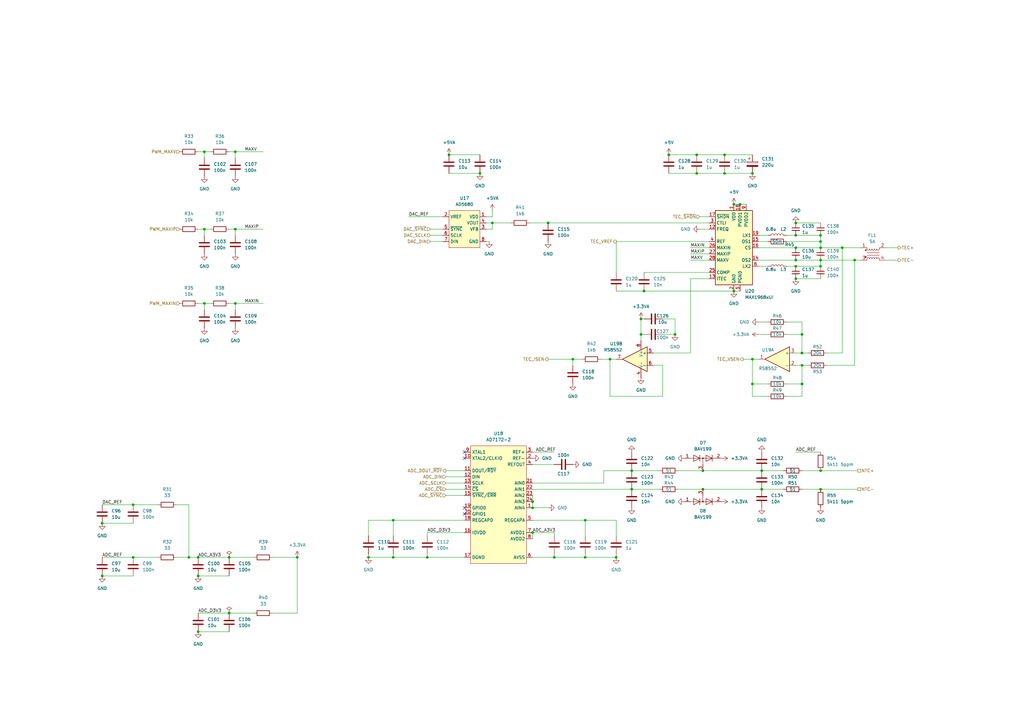
<source format=kicad_sch>
(kicad_sch (version 20211123) (generator eeschema)
  (paper "A3")
  (title_block (title "Kirdy") (date "2022-07-03") (rev "r0.1") (company "M-Labs") (comment 1 "Alex Wong Tat Hang"))
  (junction (at 300.99 119.38))
  (junction (at 350.52 106.68))
  (junction (at 297.18 63.5))
  (junction (at 274.32 63.5))
  (junction (at 326.39 106.68))
  (junction (at 201.93 91.44))
  (junction (at 252.73 228.6))
  (junction (at 96.52 62.23))
  (junction (at 326.39 109.22))
  (junction (at 308.61 147.32))
  (junction (at 161.29 213.36))
  (junction (at 234.95 147.32))
  (junction (at 83.82 62.23))
  (junction (at 336.55 96.52))
  (junction (at 41.91 214.63))
  (junction (at 81.28 259.08))
  (junction (at 121.92 228.6))
  (junction (at 303.53 83.82))
  (junction (at 218.44 218.44))
  (junction (at 328.93 149.86))
  (junction (at 336.55 193.04))
  (junction (at 218.44 208.28))
  (junction (at 161.29 228.6))
  (junction (at 326.39 101.6))
  (junction (at 308.61 71.12))
  (junction (at 93.98 251.46))
  (junction (at 336.55 99.06))
  (junction (at 224.79 91.44))
  (junction (at 326.39 96.52))
  (junction (at 262.89 137.16))
  (junction (at 285.75 71.12))
  (junction (at 300.99 83.82))
  (junction (at 308.61 157.48))
  (junction (at 326.39 114.3))
  (junction (at 250.19 147.32))
  (junction (at 83.82 93.98))
  (junction (at 81.28 228.6))
  (junction (at 83.82 124.46))
  (junction (at 175.26 228.6))
  (junction (at 259.08 193.04))
  (junction (at 81.28 236.22))
  (junction (at 93.98 228.6))
  (junction (at 54.61 228.6))
  (junction (at 336.55 109.22))
  (junction (at 218.44 205.74))
  (junction (at 184.15 63.5))
  (junction (at 240.03 228.6))
  (junction (at 345.44 101.6))
  (junction (at 259.08 200.66))
  (junction (at 336.55 101.6))
  (junction (at 328.93 137.16))
  (junction (at 96.52 93.98))
  (junction (at 227.33 228.6))
  (junction (at 96.52 124.46))
  (junction (at 41.91 236.22))
  (junction (at 312.42 193.04))
  (junction (at 328.93 157.48))
  (junction (at 288.29 193.04))
  (junction (at 196.85 71.12))
  (junction (at 336.55 200.66))
  (junction (at 262.89 130.81))
  (junction (at 240.03 213.36))
  (junction (at 288.29 200.66))
  (junction (at 328.93 144.78))
  (junction (at 151.13 228.6))
  (junction (at 264.16 119.38))
  (junction (at 77.47 228.6))
  (junction (at 276.86 137.16))
  (junction (at 336.55 106.68))
  (junction (at 285.75 63.5))
  (junction (at 297.18 71.12))
  (junction (at 312.42 200.66))
  (junction (at 54.61 207.01))
  (junction (at 326.39 91.44))
  (no_connect (at 190.5 185.42))
  (no_connect (at 190.5 187.96))
  (no_connect (at 190.5 208.28))
  (no_connect (at 190.5 210.82))
  (wire (pts (xy 274.32 63.5) (xy 285.75 63.5)))
  (wire (pts (xy 328.93 144.78) (xy 331.47 144.78)))
  (wire (pts (xy 218.44 205.74) (xy 218.44 208.28)))
  (wire (pts (xy 218.44 218.44) (xy 227.33 218.44)))
  (wire (pts (xy 224.79 147.32) (xy 234.95 147.32)))
  (wire (pts (xy 311.15 99.06) (xy 314.96 99.06)))
  (wire (pts (xy 308.61 147.32) (xy 311.15 147.32)))
  (wire (pts (xy 304.8 147.32) (xy 308.61 147.32)))
  (wire (pts (xy 41.91 236.22) (xy 54.61 236.22)))
  (wire (pts (xy 252.73 111.76) (xy 252.73 99.06)))
  (wire (pts (xy 182.88 203.2) (xy 190.5 203.2)))
  (wire (pts (xy 41.91 207.01) (xy 54.61 207.01)))
  (wire (pts (xy 311.15 101.6) (xy 326.39 101.6)))
  (wire (pts (xy 328.93 149.86) (xy 331.47 149.86)))
  (wire (pts (xy 182.88 195.58) (xy 190.5 195.58)))
  (wire (pts (xy 175.26 218.44) (xy 190.5 218.44)))
  (wire (pts (xy 252.73 119.38) (xy 264.16 119.38)))
  (wire (pts (xy 252.73 213.36) (xy 252.73 219.71)))
  (wire (pts (xy 259.08 200.66) (xy 270.51 200.66)))
  (wire (pts (xy 151.13 219.71) (xy 151.13 213.36)))
  (wire (pts (xy 336.55 109.22) (xy 326.39 109.22)))
  (wire (pts (xy 111.76 228.6) (xy 121.92 228.6)))
  (wire (pts (xy 93.98 251.46) (xy 104.14 251.46)))
  (wire (pts (xy 311.15 132.08) (xy 314.96 132.08)))
  (wire (pts (xy 326.39 96.52) (xy 322.58 96.52)))
  (wire (pts (xy 259.08 193.04) (xy 270.51 193.04)))
  (wire (pts (xy 199.39 93.98) (xy 201.93 93.98)))
  (wire (pts (xy 326.39 106.68) (xy 336.55 106.68)))
  (wire (pts (xy 297.18 63.5) (xy 308.61 63.5)))
  (wire (pts (xy 250.19 147.32) (xy 252.73 147.32)))
  (wire (pts (xy 285.75 71.12) (xy 297.18 71.12)))
  (wire (pts (xy 312.42 193.04) (xy 321.31 193.04)))
  (wire (pts (xy 264.16 119.38) (xy 300.99 119.38)))
  (wire (pts (xy 176.53 99.06) (xy 181.61 99.06)))
  (wire (pts (xy 322.58 157.48) (xy 328.93 157.48)))
  (wire (pts (xy 336.55 101.6) (xy 336.55 99.06)))
  (wire (pts (xy 300.99 83.82) (xy 303.53 83.82)))
  (wire (pts (xy 227.33 218.44) (xy 227.33 219.71)))
  (wire (pts (xy 83.82 93.98) (xy 86.36 93.98)))
  (wire (pts (xy 339.09 144.78) (xy 345.44 144.78)))
  (wire (pts (xy 271.78 162.56) (xy 271.78 149.86)))
  (wire (pts (xy 184.15 63.5) (xy 196.85 63.5)))
  (wire (pts (xy 218.44 213.36) (xy 240.03 213.36)))
  (wire (pts (xy 218.44 218.44) (xy 218.44 220.98)))
  (wire (pts (xy 151.13 213.36) (xy 161.29 213.36)))
  (wire (pts (xy 151.13 228.6) (xy 161.29 228.6)))
  (wire (pts (xy 350.52 106.68) (xy 350.52 149.86)))
  (wire (pts (xy 199.39 99.06) (xy 200.66 99.06)))
  (wire (pts (xy 96.52 124.46) (xy 96.52 127)))
  (wire (pts (xy 322.58 99.06) (xy 336.55 99.06)))
  (wire (pts (xy 287.02 88.9) (xy 290.83 88.9)))
  (wire (pts (xy 283.21 101.6) (xy 290.83 101.6)))
  (wire (pts (xy 363.22 101.6) (xy 368.3 101.6)))
  (wire (pts (xy 336.55 101.6) (xy 326.39 101.6)))
  (wire (pts (xy 176.53 96.52) (xy 181.61 96.52)))
  (wire (pts (xy 271.78 149.86) (xy 267.97 149.86)))
  (wire (pts (xy 182.88 193.04) (xy 190.5 193.04)))
  (wire (pts (xy 262.89 137.16) (xy 262.89 139.7)))
  (wire (pts (xy 336.55 99.06) (xy 336.55 96.52)))
  (wire (pts (xy 345.44 101.6) (xy 345.44 144.78)))
  (wire (pts (xy 326.39 144.78) (xy 328.93 144.78)))
  (wire (pts (xy 283.21 144.78) (xy 267.97 144.78)))
  (wire (pts (xy 247.65 198.12) (xy 247.65 193.04)))
  (wire (pts (xy 184.15 71.12) (xy 196.85 71.12)))
  (wire (pts (xy 234.95 149.86) (xy 234.95 147.32)))
  (wire (pts (xy 96.52 124.46) (xy 107.95 124.46)))
  (wire (pts (xy 240.03 213.36) (xy 252.73 213.36)))
  (wire (pts (xy 328.93 193.04) (xy 336.55 193.04)))
  (wire (pts (xy 182.88 198.12) (xy 190.5 198.12)))
  (wire (pts (xy 328.93 200.66) (xy 336.55 200.66)))
  (wire (pts (xy 199.39 88.9) (xy 201.93 88.9)))
  (wire (pts (xy 93.98 93.98) (xy 96.52 93.98)))
  (wire (pts (xy 264.16 130.81) (xy 262.89 130.81)))
  (wire (pts (xy 250.19 162.56) (xy 271.78 162.56)))
  (wire (pts (xy 322.58 132.08) (xy 328.93 132.08)))
  (wire (pts (xy 83.82 62.23) (xy 83.82 64.77)))
  (wire (pts (xy 161.29 227.33) (xy 161.29 228.6)))
  (wire (pts (xy 81.28 259.08) (xy 93.98 259.08)))
  (wire (pts (xy 288.29 200.66) (xy 312.42 200.66)))
  (wire (pts (xy 264.16 111.76) (xy 290.83 111.76)))
  (wire (pts (xy 167.64 88.9) (xy 181.61 88.9)))
  (wire (pts (xy 246.38 147.32) (xy 250.19 147.32)))
  (wire (pts (xy 54.61 228.6) (xy 64.77 228.6)))
  (wire (pts (xy 240.03 227.33) (xy 240.03 228.6)))
  (wire (pts (xy 201.93 88.9) (xy 201.93 86.36)))
  (wire (pts (xy 311.15 106.68) (xy 326.39 106.68)))
  (wire (pts (xy 234.95 147.32) (xy 238.76 147.32)))
  (wire (pts (xy 41.91 228.6) (xy 54.61 228.6)))
  (wire (pts (xy 83.82 124.46) (xy 83.82 127)))
  (wire (pts (xy 328.93 137.16) (xy 328.93 144.78)))
  (wire (pts (xy 175.26 228.6) (xy 190.5 228.6)))
  (wire (pts (xy 93.98 228.6) (xy 104.14 228.6)))
  (wire (pts (xy 218.44 190.5) (xy 227.33 190.5)))
  (wire (pts (xy 218.44 200.66) (xy 259.08 200.66)))
  (wire (pts (xy 278.13 200.66) (xy 288.29 200.66)))
  (wire (pts (xy 96.52 93.98) (xy 96.52 96.52)))
  (wire (pts (xy 311.15 137.16) (xy 314.96 137.16)))
  (wire (pts (xy 326.39 149.86) (xy 328.93 149.86)))
  (wire (pts (xy 308.61 157.48) (xy 308.61 162.56)))
  (wire (pts (xy 54.61 207.01) (xy 64.77 207.01)))
  (wire (pts (xy 72.39 207.01) (xy 77.47 207.01)))
  (wire (pts (xy 336.55 101.6) (xy 345.44 101.6)))
  (wire (pts (xy 326.39 114.3) (xy 336.55 114.3)))
  (wire (pts (xy 77.47 207.01) (xy 77.47 228.6)))
  (wire (pts (xy 218.44 208.28) (xy 224.79 208.28)))
  (wire (pts (xy 247.65 198.12) (xy 218.44 198.12)))
  (wire (pts (xy 252.73 227.33) (xy 252.73 228.6)))
  (wire (pts (xy 199.39 91.44) (xy 201.93 91.44)))
  (wire (pts (xy 328.93 162.56) (xy 328.93 157.48)))
  (wire (pts (xy 111.76 251.46) (xy 121.92 251.46)))
  (wire (pts (xy 83.82 93.98) (xy 83.82 96.52)))
  (wire (pts (xy 93.98 62.23) (xy 96.52 62.23)))
  (wire (pts (xy 224.79 91.44) (xy 290.83 91.44)))
  (wire (pts (xy 287.02 93.98) (xy 290.83 93.98)))
  (wire (pts (xy 322.58 137.16) (xy 328.93 137.16)))
  (wire (pts (xy 81.28 236.22) (xy 93.98 236.22)))
  (wire (pts (xy 276.86 130.81) (xy 276.86 137.16)))
  (wire (pts (xy 201.93 93.98) (xy 201.93 91.44)))
  (wire (pts (xy 218.44 185.42) (xy 227.33 185.42)))
  (wire (pts (xy 322.58 162.56) (xy 328.93 162.56)))
  (wire (pts (xy 328.93 132.08) (xy 328.93 137.16)))
  (wire (pts (xy 41.91 214.63) (xy 54.61 214.63)))
  (wire (pts (xy 176.53 93.98) (xy 181.61 93.98)))
  (wire (pts (xy 81.28 93.98) (xy 83.82 93.98)))
  (wire (pts (xy 81.28 228.6) (xy 93.98 228.6)))
  (wire (pts (xy 96.52 62.23) (xy 107.95 62.23)))
  (wire (pts (xy 175.26 227.33) (xy 175.26 228.6)))
  (wire (pts (xy 218.44 203.2) (xy 218.44 205.74)))
  (wire (pts (xy 77.47 228.6) (xy 81.28 228.6)))
  (wire (pts (xy 326.39 185.42) (xy 336.55 185.42)))
  (wire (pts (xy 121.92 251.46) (xy 121.92 228.6)))
  (wire (pts (xy 271.78 137.16) (xy 276.86 137.16)))
  (wire (pts (xy 311.15 96.52) (xy 314.96 96.52)))
  (wire (pts (xy 283.21 114.3) (xy 290.83 114.3)))
  (wire (pts (xy 96.52 93.98) (xy 107.95 93.98)))
  (wire (pts (xy 336.55 106.68) (xy 350.52 106.68)))
  (wire (pts (xy 81.28 62.23) (xy 83.82 62.23)))
  (wire (pts (xy 240.03 213.36) (xy 240.03 219.71)))
  (wire (pts (xy 264.16 137.16) (xy 262.89 137.16)))
  (wire (pts (xy 336.55 106.68) (xy 336.55 109.22)))
  (wire (pts (xy 217.17 91.44) (xy 224.79 91.44)))
  (wire (pts (xy 312.42 200.66) (xy 321.31 200.66)))
  (wire (pts (xy 274.32 71.12) (xy 285.75 71.12)))
  (wire (pts (xy 262.89 130.81) (xy 262.89 137.16)))
  (wire (pts (xy 250.19 147.32) (xy 250.19 162.56)))
  (wire (pts (xy 336.55 200.66) (xy 351.79 200.66)))
  (wire (pts (xy 285.75 63.5) (xy 297.18 63.5)))
  (wire (pts (xy 182.88 200.66) (xy 190.5 200.66)))
  (wire (pts (xy 288.29 193.04) (xy 312.42 193.04)))
  (wire (pts (xy 81.28 124.46) (xy 83.82 124.46)))
  (wire (pts (xy 303.53 83.82) (xy 306.07 83.82)))
  (wire (pts (xy 83.82 124.46) (xy 86.36 124.46)))
  (wire (pts (xy 350.52 106.68) (xy 353.06 106.68)))
  (wire (pts (xy 278.13 193.04) (xy 288.29 193.04)))
  (wire (pts (xy 283.21 114.3) (xy 283.21 144.78)))
  (wire (pts (xy 81.28 251.46) (xy 93.98 251.46)))
  (wire (pts (xy 326.39 96.52) (xy 336.55 96.52)))
  (wire (pts (xy 96.52 62.23) (xy 96.52 64.77)))
  (wire (pts (xy 345.44 101.6) (xy 353.06 101.6)))
  (wire (pts (xy 252.73 99.06) (xy 290.83 99.06)))
  (wire (pts (xy 363.22 106.68) (xy 368.3 106.68)))
  (wire (pts (xy 328.93 157.48) (xy 328.93 149.86)))
  (wire (pts (xy 314.96 157.48) (xy 308.61 157.48)))
  (wire (pts (xy 93.98 124.46) (xy 96.52 124.46)))
  (wire (pts (xy 227.33 227.33) (xy 227.33 228.6)))
  (wire (pts (xy 218.44 228.6) (xy 227.33 228.6)))
  (wire (pts (xy 300.99 119.38) (xy 303.53 119.38)))
  (wire (pts (xy 72.39 228.6) (xy 77.47 228.6)))
  (wire (pts (xy 161.29 228.6) (xy 175.26 228.6)))
  (wire (pts (xy 308.61 157.48) (xy 308.61 147.32)))
  (wire (pts (xy 271.78 130.81) (xy 276.86 130.81)))
  (wire (pts (xy 201.93 91.44) (xy 209.55 91.44)))
  (wire (pts (xy 308.61 162.56) (xy 314.96 162.56)))
  (wire (pts (xy 247.65 193.04) (xy 259.08 193.04)))
  (wire (pts (xy 83.82 62.23) (xy 86.36 62.23)))
  (wire (pts (xy 336.55 193.04) (xy 351.79 193.04)))
  (wire (pts (xy 161.29 213.36) (xy 161.29 219.71)))
  (wire (pts (xy 326.39 91.44) (xy 336.55 91.44)))
  (wire (pts (xy 311.15 109.22) (xy 314.96 109.22)))
  (wire (pts (xy 227.33 228.6) (xy 240.03 228.6)))
  (wire (pts (xy 322.58 109.22) (xy 326.39 109.22)))
  (wire (pts (xy 339.09 149.86) (xy 350.52 149.86)))
  (wire (pts (xy 297.18 71.12) (xy 308.61 71.12)))
  (wire (pts (xy 161.29 213.36) (xy 190.5 213.36)))
  (wire (pts (xy 283.21 104.14) (xy 290.83 104.14)))
  (wire (pts (xy 283.21 106.68) (xy 290.83 106.68)))
  (wire (pts (xy 240.03 228.6) (xy 252.73 228.6)))
  (wire (pts (xy 151.13 227.33) (xy 151.13 228.6)))
  (wire (pts (xy 175.26 218.44) (xy 175.26 219.71)))
  (label "DAC_REF" (at 167.64 88.9 0))
  (label "ADC_D3V3" (at 175.26 218.44 0))
  (label "MAXV" (at 100.33 62.23 0))
  (label "MAXIN" (at 100.33 124.46 0))
  (label "ADC_REF" (at 41.91 228.6 0))
  (label "MAXIN" (at 283.21 101.6 0))
  (label "ADC_A3V3" (at 81.28 228.6 0))
  (label "MAXV" (at 283.21 106.68 0))
  (label "DAC_REF" (at 41.91 207.01 0))
  (label "MAXIP" (at 100.33 93.98 0))
  (label "ADC_REF" (at 326.39 185.42 0))
  (label "ADC_D3V3" (at 81.28 251.46 0))
  (label "ADC_REF" (at 219.71 185.42 0))
  (label "ADC_A3V3" (at 218.44 218.44 0))
  (label "MAXIP" (at 283.21 104.14 0))
  (hierarchical_label "ADC_DOUT_~{RDY}" (shape output) (at 182.88 193.04 180))
  (hierarchical_label "TEC+" (shape output) (at 368.3 101.6 0))
  (hierarchical_label "PWM_MAXIP" (shape input) (at 73.66 93.98 180))
  (hierarchical_label "DAC_DIN" (shape input) (at 176.53 99.06 180))
  (hierarchical_label "PWM_MAXIN" (shape input) (at 73.66 124.46 180))
  (hierarchical_label "TEC_VREF" (shape output) (at 252.73 99.06 180))
  (hierarchical_label "TEC_~{SHDN}" (shape input) (at 287.02 88.9 180))
  (hierarchical_label "DAC_SCLK" (shape input) (at 176.53 96.52 180))
  (hierarchical_label "TEC_ISEN" (shape output) (at 224.79 147.32 180))
  (hierarchical_label "ADC_~{CS}" (shape input) (at 182.88 200.66 180))
  (hierarchical_label "NTC-" (shape passive) (at 351.79 200.66 0))
  (hierarchical_label "ADC_DIN" (shape input) (at 182.88 195.58 180))
  (hierarchical_label "NTC+" (shape passive) (at 351.79 193.04 0))
  (hierarchical_label "TEC-" (shape output) (at 368.3 106.68 0))
  (hierarchical_label "PWM_MAXV" (shape input) (at 73.66 62.23 180))
  (hierarchical_label "ADC_SCLK" (shape input) (at 182.88 198.12 180))
  (hierarchical_label "TEC_VSEN" (shape output) (at 304.8 147.32 180))
  (hierarchical_label "ADC_~{SYNC}" (shape input) (at 182.88 203.2 180))
  (hierarchical_label "DAC_~{SYNC}" (shape input) (at 176.53 93.98 180))
  (symbol (lib_id "power:GND") (at 81.28 236.22 0) (unit 1)
    (property "Reference" "#PWR084" (effects hide))
    (property "Value" "GND" (at 81.28 241.3 0))
  )
  (symbol (lib_id "Device:C") (at 240.03 223.52 0) (unit 1)
    (property "Reference" "C119" (at 243.84 222.2499 0) (effects (justify left)))
    (property "Value" "100n" (at 243.84 224.7899 0) (effects (justify left)))
    (property "Footprint" "Capacitor_SMD:C_0603_1608Metric" (effects hide))
    (property "MFR_PN" "CL10B104KB8NNWC" (effects hide))
    (property "MFR_PN_ALT" "CL10B104KB8NNNL" (effects hide))
  )
  (symbol (lib_id "Device:C") (at 175.26 223.52 0) (unit 1)
    (property "Reference" "C112" (at 179.07 222.2499 0) (effects (justify left)))
    (property "Value" "100n" (at 179.07 224.7899 0) (effects (justify left)))
    (property "Footprint" "Capacitor_SMD:C_0603_1608Metric" (effects hide))
    (property "MFR_PN" "CL10B104KB8NNWC" (effects hide))
    (property "MFR_PN_ALT" "CL10B104KB8NNNL" (effects hide))
  )
  (symbol (lib_id "kirdy:AD5680") (at 190.5 101.6 0) (unit 1)
    (property "Reference" "U17" (at 190.5 81.28 0))
    (property "Value" "AD5680" (at 190.5 83.82 0))
    (property "Footprint" "Package_TO_SOT_SMD:SOT-23-8" (effects hide))
    (property "Datasheet" "https://www.analog.com/media/en/technical-documentation/data-sheets/ad5680.pdf" (effects hide))
    (property "MFR_PN" "AD5680BRJZ" (effects hide))
  )
  (symbol (lib_id "power:GND") (at 41.91 236.22 0) (unit 1)
    (property "Reference" "#PWR083" (effects hide))
    (property "Value" "GND" (at 41.91 241.3 0))
  )
  (symbol (lib_id "power:GND") (at 200.66 99.06 0) (unit 1)
    (property "Reference" "#PWR096" (effects hide))
    (property "Value" "GND" (at 200.66 104.14 0))
  )
  (symbol (lib_id "Device:C") (at 81.28 255.27 0) (unit 1)
    (property "Reference" "C101" (at 85.09 253.9999 0) (effects (justify left)))
    (property "Value" "10u" (at 85.09 256.5399 0) (effects (justify left)))
    (property "Footprint" "Capacitor_SMD:C_0805_2012Metric" (effects hide))
    (property "MFR_PN" "CL21B106KOQNNNG" (effects hide))
    (property "MFR_PN_ALT" "CL21B106KOQNNNE" (effects hide))
  )
  (symbol (lib_id "Device:R") (at 318.77 99.06 90) (unit 1)
    (property "Reference" "R45" (at 323.85 100.33 90))
    (property "Value" "50m" (at 318.77 99.06 90))
    (property "Footprint" "Resistor_SMD:R_2010_5025Metric" (effects hide))
    (property "MFR_PN" "WSL2010R5000FEA18" (effects hide))
    (property "MFR_PN_ALT" "WSLT2010R5000FEA18" (effects hide))
  )
  (symbol (lib_id "Device:C") (at 252.73 223.52 0) (unit 1)
    (property "Reference" "C121" (at 256.54 222.2499 0) (effects (justify left)))
    (property "Value" "1u" (at 256.54 224.7899 0) (effects (justify left)))
    (property "Footprint" "Capacitor_SMD:C_0603_1608Metric" (effects hide))
    (property "MFR_PN" "CL10B105KA8NNNC" (effects hide))
    (property "MFR_PN_ALT" "CGA3E1X7R1E105K080AC" (effects hide))
  )
  (symbol (lib_id "power:+3.3VA") (at 121.92 228.6 0) (unit 1)
    (property "Reference" "#PWR092" (effects hide))
    (property "Value" "+3.3VA" (at 121.92 223.52 0))
  )
  (symbol (lib_id "power:+5V") (at 274.32 63.5 0) (unit 1)
    (property "Reference" "#PWR0108" (effects hide))
    (property "Value" "+5V" (at 274.32 58.42 0))
  )
  (symbol (lib_id "Device:R") (at 107.95 251.46 90) (unit 1)
    (property "Reference" "R40" (at 107.95 245.11 90))
    (property "Value" "33" (at 107.95 247.65 90))
    (property "Footprint" "Resistor_SMD:R_0603_1608Metric" (effects hide))
    (property "MFR_PN" "RC0603FR-0733RL" (effects hide))
    (property "MFR_PN_ALT" "CRGCQ0603F33R" (effects hide))
  )
  (symbol (lib_id "Device:R") (at 318.77 132.08 90) (unit 1)
    (property "Reference" "R46" (at 318.77 129.54 90))
    (property "Value" "10k" (at 318.77 132.08 90))
    (property "Footprint" "Resistor_SMD:R_0603_1608Metric" (effects hide))
    (property "MFR_PN" "RNCP0603FTD10K0" (effects hide))
    (property "MFR_PN_ALT" "RMCF0603FT10K0" (effects hide))
  )
  (symbol (lib_id "power:GND") (at 83.82 104.14 0) (unit 1)
    (property "Reference" "#PWR087" (effects hide))
    (property "Value" "GND" (at 83.82 109.22 0))
  )
  (symbol (lib_id "Device:R") (at 90.17 62.23 90) (unit 1)
    (property "Reference" "R36" (at 90.17 55.88 90))
    (property "Value" "10k" (at 90.17 58.42 90))
    (property "Footprint" "Resistor_SMD:R_0603_1608Metric" (effects hide))
    (property "MFR_PN" "RNCP0603FTD10K0" (effects hide))
    (property "MFR_PN_ALT" "RMCF0603FT10K0" (effects hide))
  )
  (symbol (lib_id "Device:R") (at 274.32 193.04 90) (unit 1)
    (property "Reference" "R43" (at 274.32 195.58 90))
    (property "Value" "51" (at 274.32 193.04 90))
    (property "Footprint" "Resistor_SMD:R_0603_1608Metric" (effects hide))
    (property "MFR_PN" "ESR03EZPF51R0" (effects hide))
    (property "MFR_PN_ALT" "RMCF0603FT51R0" (effects hide))
  )
  (symbol (lib_id "kirdy:RS8552") (at 260.35 147.32 0) (mirror y) (unit 3)
    (property "Reference" "U19" (effects hide))
    (property "Value" "RS8552" (effects hide))
    (property "Footprint" "Package_SO:SOIC-8_3.9x4.9mm_P1.27mm" (effects hide))
    (property "Datasheet" "https://datasheet.lcsc.com/lcsc/2010160333_Jiangsu-RUNIC-Tech-RS8554XP_C236997.pdf" (effects hide))
    (property "MFR_PN" "RS8552XK" (effects hide))
  )
  (symbol (lib_id "power:GND") (at 308.61 71.12 0) (unit 1)
    (property "Reference" "#PWR0117" (effects hide))
    (property "Value" "GND" (at 308.61 76.2 0))
  )
  (symbol (lib_id "Device:R") (at 325.12 193.04 90) (unit 1)
    (property "Reference" "R50" (at 325.12 195.58 90))
    (property "Value" "51" (at 325.12 193.04 90))
    (property "Footprint" "Resistor_SMD:R_0603_1608Metric" (effects hide))
    (property "MFR_PN" "ESR03EZPF51R0" (effects hide))
    (property "MFR_PN_ALT" "RMCF0603FT51R0" (effects hide))
  )
  (symbol (lib_id "power:GND") (at 311.15 132.08 270) (unit 1)
    (property "Reference" "#PWR0118" (effects hide))
    (property "Value" "GND" (at 307.34 132.0799 90) (effects (justify right)))
  )
  (symbol (lib_id "Device:R") (at 274.32 200.66 90) (unit 1)
    (property "Reference" "R44" (at 274.32 198.12 90))
    (property "Value" "51" (at 274.32 200.66 90))
    (property "Footprint" "Resistor_SMD:R_0603_1608Metric" (effects hide))
    (property "MFR_PN" "ESR03EZPF51R0" (effects hide))
    (property "MFR_PN_ALT" "RMCF0603FT51R0" (effects hide))
  )
  (symbol (lib_id "kirdy:AD7172-2") (at 204.47 209.55 0) (mirror y) (unit 1)
    (property "Reference" "U18" (at 204.47 177.8 0))
    (property "Value" "AD7172-2" (at 204.47 180.34 0))
    (property "Footprint" "Package_SO:TSSOP-24_4.4x7.8mm_P0.65mm" (effects hide))
    (property "Datasheet" "https://www.analog.com/media/en/technical-documentation/data-sheets/ad7172-2.pdf" (effects hide))
    (property "MFR_PN" "AD7172-2BRUZ" (effects hide))
  )
  (symbol (lib_id "Device:C") (at 93.98 232.41 0) (unit 1)
    (property "Reference" "C105" (at 97.79 231.1399 0) (effects (justify left)))
    (property "Value" "100n" (at 97.79 233.6799 0) (effects (justify left)))
    (property "Footprint" "Capacitor_SMD:C_0603_1608Metric" (effects hide))
    (property "MFR_PN" "CL10B104KB8NNWC" (effects hide))
    (property "MFR_PN_ALT" "CL10B104KB8NNNL" (effects hide))
  )
  (symbol (lib_id "power:GND") (at 83.82 134.62 0) (unit 1)
    (property "Reference" "#PWR088" (effects hide))
    (property "Value" "GND" (at 83.82 139.7 0))
  )
  (symbol (lib_id "Device:L") (at 318.77 109.22 90) (unit 1)
    (property "Reference" "L3" (at 321.31 110.49 90))
    (property "Value" "6.8u" (at 316.23 110.49 90))
    (property "Footprint" "Inductor_SMD:L_Wuerth_MAPI-4030" (effects hide))
    (property "MFR_PN" "74438357068" (effects hide))
  )
  (symbol (lib_id "power:GND") (at 234.95 190.5 90) (unit 1)
    (property "Reference" "#PWR0102" (effects hide))
    (property "Value" "GND" (at 238.76 190.4999 90) (effects (justify right)))
  )
  (symbol (lib_id "Device:R") (at 77.47 93.98 90) (unit 1)
    (property "Reference" "R34" (at 77.47 87.63 90))
    (property "Value" "10k" (at 77.47 90.17 90))
    (property "Footprint" "Resistor_SMD:R_0603_1608Metric" (effects hide))
    (property "MFR_PN" "RNCP0603FTD10K0" (effects hide))
    (property "MFR_PN_ALT" "RMCF0603FT10K0" (effects hide))
  )
  (symbol (lib_id "Device:R") (at 325.12 200.66 90) (unit 1)
    (property "Reference" "R51" (at 325.12 198.12 90))
    (property "Value" "51" (at 325.12 200.66 90))
    (property "Footprint" "Resistor_SMD:R_0603_1608Metric" (effects hide))
    (property "MFR_PN" "ESR03EZPF51R0" (effects hide))
    (property "MFR_PN_ALT" "RMCF0603FT51R0" (effects hide))
  )
  (symbol (lib_id "Device:C") (at 41.91 232.41 0) (unit 1)
    (property "Reference" "C97" (at 45.72 231.1399 0) (effects (justify left)))
    (property "Value" "10u" (at 45.72 233.6799 0) (effects (justify left)))
    (property "Footprint" "Capacitor_SMD:C_0805_2012Metric" (effects hide))
    (property "MFR_PN" "CL21B106KOQNNNG" (effects hide))
    (property "MFR_PN_ALT" "CL21B106KOQNNNE" (effects hide))
  )
  (symbol (lib_id "Device:C") (at 259.08 196.85 0) (unit 1)
    (property "Reference" "C123" (at 262.89 195.5799 0) (effects (justify left)))
    (property "Value" "100n" (at 262.89 198.1199 0) (effects (justify left)))
    (property "Footprint" "Capacitor_SMD:C_0603_1608Metric" (effects hide))
    (property "MFR_PN" "CL10B104KB8NNWC" (effects hide))
    (property "MFR_PN_ALT" "CL10B104KB8NNNL" (effects hide))
  )
  (symbol (lib_id "power:GND") (at 96.52 72.39 0) (unit 1)
    (property "Reference" "#PWR089" (effects hide))
    (property "Value" "GND" (at 96.52 77.47 0))
  )
  (symbol (lib_id "Device:C") (at 297.18 67.31 0) (unit 1)
    (property "Reference" "C130" (at 300.99 66.0399 0) (effects (justify left)))
    (property "Value" "1u" (at 300.99 68.5799 0) (effects (justify left)))
    (property "Footprint" "Capacitor_SMD:C_0603_1608Metric" (effects hide))
    (property "MFR_PN" "CL10B105KA8NNNC" (effects hide))
    (property "MFR_PN_ALT" "CGA3E1X7R1E105K080AC" (effects hide))
  )
  (symbol (lib_id "Device:C") (at 285.75 67.31 0) (unit 1)
    (property "Reference" "C129" (at 289.56 66.0399 0) (effects (justify left)))
    (property "Value" "1u" (at 289.56 68.5799 0) (effects (justify left)))
    (property "Footprint" "Capacitor_SMD:C_0603_1608Metric" (effects hide))
    (property "MFR_PN" "CL10B105KA8NNNC" (effects hide))
    (property "MFR_PN_ALT" "CGA3E1X7R1E105K080AC" (effects hide))
  )
  (symbol (lib_id "Device:C") (at 41.91 210.82 0) (unit 1)
    (property "Reference" "C96" (at 45.72 209.5499 0) (effects (justify left)))
    (property "Value" "10u" (at 45.72 212.0899 0) (effects (justify left)))
    (property "Footprint" "Capacitor_SMD:C_0805_2012Metric" (effects hide))
    (property "MFR_PN" "CL21B106KOQNNNG" (effects hide))
    (property "MFR_PN_ALT" "CL21B106KOQNNNE" (effects hide))
  )
  (symbol (lib_id "Device:C") (at 267.97 137.16 90) (unit 1)
    (property "Reference" "C127" (at 271.78 135.89 90))
    (property "Value" "100n" (at 271.78 138.43 90))
    (property "Footprint" "Capacitor_SMD:C_0603_1608Metric" (effects hide))
    (property "MFR_PN" "CL10B104KB8NNWC" (effects hide))
    (property "MFR_PN_ALT" "CL10B104KB8NNNL" (effects hide))
  )
  (symbol (lib_id "Device:C_Small") (at 326.39 104.14 0) (unit 1)
    (property "Reference" "C136" (at 328.93 102.8762 0) (effects (justify left)))
    (property "Value" "10u" (at 328.93 105.4162 0) (effects (justify left)))
    (property "Footprint" "Capacitor_SMD:C_0805_2012Metric" (effects hide))
    (property "MFR_PN" "CL21B106KOQNNNG" (effects hide))
    (property "MFR_PN_ALT" "CL21B106KOQNNNE" (effects hide))
  )
  (symbol (lib_id "power:GND") (at 224.79 208.28 90) (unit 1)
    (property "Reference" "#PWR0100" (effects hide))
    (property "Value" "GND" (at 228.6 208.2799 90) (effects (justify right)))
  )
  (symbol (lib_id "Device:C") (at 96.52 130.81 0) (unit 1)
    (property "Reference" "C109" (at 100.33 129.5399 0) (effects (justify left)))
    (property "Value" "100n" (at 100.33 132.0799 0) (effects (justify left)))
    (property "Footprint" "Capacitor_SMD:C_0603_1608Metric" (effects hide))
    (property "MFR_PN" "CL10B104KB8NNWC" (effects hide))
    (property "MFR_PN_ALT" "CL10B104KB8NNNL" (effects hide))
  )
  (symbol (lib_id "Device:R") (at 242.57 147.32 90) (unit 1)
    (property "Reference" "R42" (at 242.57 140.97 90))
    (property "Value" "1k6" (at 242.57 143.51 90))
    (property "Footprint" "Resistor_SMD:R_0603_1608Metric" (effects hide))
    (property "MFR_PN" "RT0603FRE071K6L" (effects hide))
    (property "MFR_PN_ALT" "RMCF0603FT1K60" (effects hide))
  )
  (symbol (lib_id "Device:R") (at 90.17 93.98 90) (unit 1)
    (property "Reference" "R37" (at 90.17 87.63 90))
    (property "Value" "10k" (at 90.17 90.17 90))
    (property "Footprint" "Resistor_SMD:R_0603_1608Metric" (effects hide))
    (property "MFR_PN" "RNCP0603FTD10K0" (effects hide))
    (property "MFR_PN_ALT" "RMCF0603FT10K0" (effects hide))
  )
  (symbol (lib_id "Device:R") (at 336.55 189.23 0) (unit 1)
    (property "Reference" "R54" (at 339.09 187.9599 0) (effects (justify left)))
    (property "Value" "5k11 5ppm" (at 339.09 190.4999 0) (effects (justify left)))
    (property "Footprint" "Resistor_SMD:R_0603_1608Metric" (effects hide))
    (property "MFR_PN" "RN73H1JTTD5111A05" (effects hide))
    (property "MFR_PN_ALT" "TNPU06035K11BZEN00" (effects hide))
  )
  (symbol (lib_id "power:GND") (at 224.79 99.06 0) (unit 1)
    (property "Reference" "#PWR099" (effects hide))
    (property "Value" "GND" (at 224.79 104.14 0))
  )
  (symbol (lib_id "Device:C") (at 312.42 204.47 0) (unit 1)
    (property "Reference" "C134" (at 316.23 203.1999 0) (effects (justify left)))
    (property "Value" "10n" (at 316.23 205.7399 0) (effects (justify left)))
    (property "Footprint" "Capacitor_SMD:C_0603_1608Metric" (effects hide))
    (property "MFR_PN" "0603B103K500CT" (effects hide))
    (property "MFR_PN_ALT" "CL10B103KB8NNNC" (effects hide))
  )
  (symbol (lib_id "Device:C") (at 252.73 115.57 0) (unit 1)
    (property "Reference" "C120" (at 256.54 114.2999 0) (effects (justify left)))
    (property "Value" "1u" (at 256.54 116.8399 0) (effects (justify left)))
    (property "Footprint" "Capacitor_SMD:C_0603_1608Metric" (effects hide))
    (property "MFR_PN" "CL10B105KA8NNNC" (effects hide))
    (property "MFR_PN_ALT" "CGA3E1X7R1E105K080AC" (effects hide))
  )
  (symbol (lib_id "Device:C") (at 274.32 67.31 0) (unit 1)
    (property "Reference" "C128" (at 278.13 66.0399 0) (effects (justify left)))
    (property "Value" "1u" (at 278.13 68.5799 0) (effects (justify left)))
    (property "Footprint" "Capacitor_SMD:C_0603_1608Metric" (effects hide))
    (property "MFR_PN" "CL10B105KA8NNNC" (effects hide))
    (property "MFR_PN_ALT" "CGA3E1X7R1E105K080AC" (effects hide))
  )
  (symbol (lib_id "Device:C_Small") (at 326.39 111.76 0) (unit 1)
    (property "Reference" "C137" (at 328.93 110.4962 0) (effects (justify left)))
    (property "Value" "1u" (at 328.93 113.0362 0) (effects (justify left)))
    (property "Footprint" "Capacitor_SMD:C_0603_1608Metric" (effects hide))
    (property "MFR_PN" "CL10B105KA8NNNC" (effects hide))
    (property "MFR_PN_ALT" "CGA3E1X7R1E105K080AC" (effects hide))
  )
  (symbol (lib_id "Device:C") (at 184.15 67.31 0) (unit 1)
    (property "Reference" "C113" (at 187.96 66.0399 0) (effects (justify left)))
    (property "Value" "10u" (at 187.96 68.5799 0) (effects (justify left)))
    (property "Footprint" "Capacitor_SMD:C_0805_2012Metric" (effects hide))
    (property "MFR_PN" "CL21B106KOQNNNG" (effects hide))
    (property "MFR_PN_ALT" "CL21B106KOQNNNE" (effects hide))
  )
  (symbol (lib_id "power:GND") (at 252.73 228.6 0) (unit 1)
    (property "Reference" "#PWR0103" (effects hide))
    (property "Value" "GND" (at 252.73 233.68 0))
  )
  (symbol (lib_id "power:GND") (at 83.82 72.39 0) (unit 1)
    (property "Reference" "#PWR086" (effects hide))
    (property "Value" "GND" (at 83.82 77.47 0))
  )
  (symbol (lib_id "power:GND") (at 196.85 71.12 0) (unit 1)
    (property "Reference" "#PWR095" (effects hide))
    (property "Value" "GND" (at 196.85 76.2 0))
  )
  (symbol (lib_id "Device:R") (at 77.47 62.23 90) (unit 1)
    (property "Reference" "R33" (at 77.47 55.88 90))
    (property "Value" "10k" (at 77.47 58.42 90))
    (property "Footprint" "Resistor_SMD:R_0603_1608Metric" (effects hide))
    (property "MFR_PN" "RNCP0603FTD10K0" (effects hide))
    (property "MFR_PN_ALT" "RMCF0603FT10K0" (effects hide))
  )
  (symbol (lib_id "Device:C") (at 151.13 223.52 0) (unit 1)
    (property "Reference" "C110" (at 154.94 222.2499 0) (effects (justify left)))
    (property "Value" "1u" (at 154.94 224.7899 0) (effects (justify left)))
    (property "Footprint" "Capacitor_SMD:C_0603_1608Metric" (effects hide))
    (property "MFR_PN" "CL10B105KA8NNNC" (effects hide))
    (property "MFR_PN_ALT" "CGA3E1X7R1E105K080AC" (effects hide))
  )
  (symbol (lib_id "Device:R") (at 213.36 91.44 90) (unit 1)
    (property "Reference" "R41" (at 213.36 85.09 90))
    (property "Value" "1k6" (at 213.36 87.63 90))
    (property "Footprint" "Resistor_SMD:R_0603_1608Metric" (effects hide))
    (property "MFR_PN" "RT0603FRE071K6L" (effects hide))
    (property "MFR_PN_ALT" "RMCF0603FT1K60" (effects hide))
  )
  (symbol (lib_id "power:GND") (at 280.67 187.96 270) (unit 1)
    (property "Reference" "#PWR0110" (effects hide))
    (property "Value" "GND" (at 276.86 187.9599 90) (effects (justify right)))
  )
  (symbol (lib_id "Device:R") (at 68.58 207.01 90) (unit 1)
    (property "Reference" "R31" (at 68.58 200.66 90))
    (property "Value" "33" (at 68.58 203.2 90))
    (property "Footprint" "Resistor_SMD:R_0603_1608Metric" (effects hide))
    (property "MFR_PN" "RC0603FR-0733RL" (effects hide))
    (property "MFR_PN_ALT" "CRGCQ0603F33R" (effects hide))
  )
  (symbol (lib_id "Device:C") (at 96.52 68.58 0) (unit 1)
    (property "Reference" "C107" (at 100.33 67.3099 0) (effects (justify left)))
    (property "Value" "100n" (at 100.33 69.8499 0) (effects (justify left)))
    (property "Footprint" "Capacitor_SMD:C_0603_1608Metric" (effects hide))
    (property "MFR_PN" "CL10B104KB8NNWC" (effects hide))
    (property "MFR_PN_ALT" "CL10B104KB8NNNL" (effects hide))
  )
  (symbol (lib_id "Device:R") (at 336.55 204.47 0) (unit 1)
    (property "Reference" "R55" (at 339.09 203.1999 0) (effects (justify left)))
    (property "Value" "5k11 5ppm" (at 339.09 205.7399 0) (effects (justify left)))
    (property "Footprint" "Resistor_SMD:R_0603_1608Metric" (effects hide))
    (property "MFR_PN" "RN73H1JTTD5111A05" (effects hide))
    (property "MFR_PN_ALT" "TNPU06035K11BZEN00" (effects hide))
  )
  (symbol (lib_id "Device:C") (at 81.28 232.41 0) (unit 1)
    (property "Reference" "C100" (at 85.09 231.1399 0) (effects (justify left)))
    (property "Value" "10u" (at 85.09 233.6799 0) (effects (justify left)))
    (property "Footprint" "Capacitor_SMD:C_0805_2012Metric" (effects hide))
    (property "MFR_PN" "CL21B106KOQNNNG" (effects hide))
    (property "MFR_PN_ALT" "CL21B106KOQNNNE" (effects hide))
  )
  (symbol (lib_id "Device:C") (at 196.85 67.31 0) (unit 1)
    (property "Reference" "C114" (at 200.66 66.0399 0) (effects (justify left)))
    (property "Value" "100n" (at 200.66 68.5799 0) (effects (justify left)))
    (property "Footprint" "Capacitor_SMD:C_0603_1608Metric" (effects hide))
    (property "MFR_PN" "CL10B104KB8NNWC" (effects hide))
    (property "MFR_PN_ALT" "CL10B104KB8NNNL" (effects hide))
  )
  (symbol (lib_id "power:+3.3VA") (at 262.89 130.81 0) (unit 1)
    (property "Reference" "#PWR0106" (effects hide))
    (property "Value" "+3.3VA" (at 262.89 125.73 0))
  )
  (symbol (lib_id "power:GND") (at 234.95 157.48 0) (unit 1)
    (property "Reference" "#PWR0101" (effects hide))
    (property "Value" "GND" (at 234.95 162.56 0))
  )
  (symbol (lib_id "Device:C_Small") (at 326.39 93.98 0) (unit 1)
    (property "Reference" "C135" (at 328.93 92.7162 0) (effects (justify left)))
    (property "Value" "1u" (at 328.93 95.2562 0) (effects (justify left)))
    (property "Footprint" "Capacitor_SMD:C_0603_1608Metric" (effects hide))
    (property "MFR_PN" "CL10B105KA8NNNC" (effects hide))
    (property "MFR_PN_ALT" "CGA3E1X7R1E105K080AC" (effects hide))
  )
  (symbol (lib_id "Device:C") (at 83.82 68.58 0) (unit 1)
    (property "Reference" "C102" (at 87.63 67.3099 0) (effects (justify left)))
    (property "Value" "100n" (at 87.63 69.8499 0) (effects (justify left)))
    (property "Footprint" "Capacitor_SMD:C_0603_1608Metric" (effects hide))
    (property "MFR_PN" "CL10B104KB8NNWC" (effects hide))
    (property "MFR_PN_ALT" "CL10B104KB8NNNL" (effects hide))
  )
  (symbol (lib_id "Device:L") (at 318.77 96.52 90) (unit 1)
    (property "Reference" "L2" (at 321.31 93.98 90))
    (property "Value" "6.8u" (at 316.23 93.98 90))
    (property "Footprint" "Inductor_SMD:L_Wuerth_MAPI-4030" (effects hide))
    (property "MFR_PN" "74438357068" (effects hide))
  )
  (symbol (lib_id "Device:C") (at 234.95 153.67 0) (unit 1)
    (property "Reference" "C118" (at 238.76 152.3999 0) (effects (justify left)))
    (property "Value" "100n" (at 238.76 154.9399 0) (effects (justify left)))
    (property "Footprint" "Capacitor_SMD:C_0603_1608Metric" (effects hide))
    (property "MFR_PN" "CL10B104KB8NNWC" (effects hide))
    (property "MFR_PN_ALT" "CL10B104KB8NNNL" (effects hide))
  )
  (symbol (lib_id "Device:C") (at 83.82 100.33 0) (unit 1)
    (property "Reference" "C103" (at 87.63 99.0599 0) (effects (justify left)))
    (property "Value" "100n" (at 87.63 101.5999 0) (effects (justify left)))
    (property "Footprint" "Capacitor_SMD:C_0603_1608Metric" (effects hide))
    (property "MFR_PN" "CL10B104KB8NNWC" (effects hide))
    (property "MFR_PN_ALT" "CL10B104KB8NNNL" (effects hide))
  )
  (symbol (lib_id "Diode:BAV99") (at 288.29 205.74 0) (mirror x) (unit 1)
    (property "Reference" "D8" (at 288.29 209.55 0))
    (property "Value" "BAV199" (at 288.29 212.09 0))
    (property "Footprint" "Package_TO_SOT_SMD:SOT-23" (effects hide))
    (property "Datasheet" "https://assets.nexperia.com/documents/data-sheet/BAV99_SER.pdf" (effects hide))
    (property "MFR_PN" "BAV199W-7" (effects hide))
    (property "MFR_PN_ALT" "BAV199E6327HTSA1" (effects hide))
  )
  (symbol (lib_id "Device:R") (at 335.28 144.78 90) (unit 1)
    (property "Reference" "R52" (at 335.28 142.24 90))
    (property "Value" "20k" (at 335.28 144.78 90))
    (property "Footprint" "Resistor_SMD:R_0603_1608Metric" (effects hide))
    (property "MFR_PN" "RMCF0603FT20K0" (effects hide))
    (property "MFR_PN_ALT" "RC0603FR-0720KL" (effects hide))
  )
  (symbol (lib_id "power:+5V") (at 300.99 83.82 0) (unit 1)
    (property "Reference" "#PWR0115" (effects hide))
    (property "Value" "+5V" (at 300.99 78.74 0))
  )
  (symbol (lib_id "Device:C") (at 93.98 255.27 0) (unit 1)
    (property "Reference" "C106" (at 97.79 253.9999 0) (effects (justify left)))
    (property "Value" "100n" (at 97.79 256.5399 0) (effects (justify left)))
    (property "Footprint" "Capacitor_SMD:C_0603_1608Metric" (effects hide))
    (property "MFR_PN" "CL10B104KB8NNWC" (effects hide))
    (property "MFR_PN_ALT" "CL10B104KB8NNNL" (effects hide))
  )
  (symbol (lib_id "power:GND") (at 218.44 187.96 90) (unit 1)
    (property "Reference" "#PWR098" (effects hide))
    (property "Value" "GND" (at 222.25 187.9599 90) (effects (justify right)))
  )
  (symbol (lib_id "power:+3.3VA") (at 311.15 137.16 90) (unit 1)
    (property "Reference" "#PWR0119" (effects hide))
    (property "Value" "+3.3VA" (at 307.34 137.1599 90) (effects (justify left)))
  )
  (symbol (lib_id "Device:C") (at 312.42 196.85 0) (unit 1)
    (property "Reference" "C133" (at 316.23 195.5799 0) (effects (justify left)))
    (property "Value" "100n" (at 316.23 198.1199 0) (effects (justify left)))
    (property "Footprint" "Capacitor_SMD:C_0603_1608Metric" (effects hide))
    (property "MFR_PN" "CL10B104KB8NNWC" (effects hide))
    (property "MFR_PN_ALT" "CL10B104KB8NNNL" (effects hide))
  )
  (symbol (lib_id "power:GND") (at 259.08 208.28 0) (unit 1)
    (property "Reference" "#PWR0105" (effects hide))
    (property "Value" "GND" (at 259.08 213.36 0))
  )
  (symbol (lib_id "power:GND") (at 262.89 154.94 0) (unit 1)
    (property "Reference" "#PWR0107" (effects hide))
    (property "Value" "GND" (at 262.89 160.02 0))
  )
  (symbol (lib_id "Device:C") (at 259.08 204.47 0) (unit 1)
    (property "Reference" "C124" (at 262.89 203.1999 0) (effects (justify left)))
    (property "Value" "10n" (at 262.89 205.7399 0) (effects (justify left)))
    (property "Footprint" "Capacitor_SMD:C_0603_1608Metric" (effects hide))
    (property "MFR_PN" "0603B103K500CT" (effects hide))
    (property "MFR_PN_ALT" "CL10B103KB8NNNC" (effects hide))
  )
  (symbol (lib_id "power:GND") (at 280.67 205.74 270) (unit 1)
    (property "Reference" "#PWR0111" (effects hide))
    (property "Value" "GND" (at 276.86 205.7399 90) (effects (justify right)))
  )
  (symbol (lib_id "Device:R") (at 68.58 228.6 90) (unit 1)
    (property "Reference" "R32" (at 68.58 222.25 90))
    (property "Value" "33" (at 68.58 224.79 90))
    (property "Footprint" "Resistor_SMD:R_0603_1608Metric" (effects hide))
    (property "MFR_PN" "RC0603FR-0733RL" (effects hide))
    (property "MFR_PN_ALT" "CRGCQ0603F33R" (effects hide))
  )
  (symbol (lib_id "Device:C_Small") (at 336.55 104.14 0) (unit 1)
    (property "Reference" "C139" (at 339.09 102.8762 0) (effects (justify left)))
    (property "Value" "100n" (at 339.09 105.4162 0) (effects (justify left)))
    (property "Footprint" "Capacitor_SMD:C_0603_1608Metric" (effects hide))
    (property "MFR_PN" "CL10B104KB8NNWC" (effects hide))
    (property "MFR_PN_ALT" "CL10B104KB8NNNL" (effects hide))
  )
  (symbol (lib_id "Device:C_Polarized") (at 308.61 67.31 0) (unit 1)
    (property "Reference" "C131" (at 312.42 65.1509 0) (effects (justify left)))
    (property "Value" "220u" (at 312.42 67.6909 0) (effects (justify left)))
    (property "Footprint" "Capacitor_Tantalum_SMD:CP_EIA-7343-15_Kemet-W" (effects hide))
    (property "MFR_PN" "T491D227K016AT" (effects hide))
    (property "MFR_PN_ALT" "293D227X9016E2TE3" (effects hide))
  )
  (symbol (lib_id "power:PWR_FLAG") (at 93.98 251.46 0) (unit 1)
    (property "Reference" "#FLG0113" (effects hide))
    (property "Value" "PWR_FLAG" (effects hide))
  )
  (symbol (lib_id "Device:C") (at 161.29 223.52 0) (unit 1)
    (property "Reference" "C111" (at 165.1 222.2499 0) (effects (justify left)))
    (property "Value" "100n" (at 165.1 224.7899 0) (effects (justify left)))
    (property "Footprint" "Capacitor_SMD:C_0603_1608Metric" (effects hide))
    (property "MFR_PN" "CL10B104KB8NNWC" (effects hide))
    (property "MFR_PN_ALT" "CL10B104KB8NNNL" (effects hide))
  )
  (symbol (lib_id "Driver_TEC:MAX1968xUI") (at 300.99 101.6 0) (unit 1)
    (property "Reference" "U20" (at 305.5494 119.38 0) (effects (justify left)))
    (property "Value" "MAX1968xUI" (at 305.5494 121.92 0) (effects (justify left)))
    (property "Footprint" "Package_SO:HTSSOP-28-1EP_4.4x9.7mm_P0.65mm_EP2.85x5.4mm" (effects hide))
    (property "Datasheet" "https://datasheets.maximintegrated.com/en/ds/MAX1968-MAX1969.pdf" (effects hide))
    (property "MFR_PN" "MAX1968EUI+" (effects hide))
    (property "MFR_PN_ALT" "MAX1968EUI+T" (effects hide))
  )
  (symbol (lib_id "Device:R") (at 318.77 157.48 90) (unit 1)
    (property "Reference" "R48" (at 318.77 154.94 90))
    (property "Value" "10k" (at 318.77 157.48 90))
    (property "Footprint" "Resistor_SMD:R_0603_1608Metric" (effects hide))
    (property "MFR_PN" "RNCP0603FTD10K0" (effects hide))
    (property "MFR_PN_ALT" "RMCF0603FT10K0" (effects hide))
  )
  (symbol (lib_id "power:+3.3VA") (at 295.91 187.96 270) (unit 1)
    (property "Reference" "#PWR0113" (effects hide))
    (property "Value" "+3.3VA" (at 299.72 187.9599 90) (effects (justify left)))
  )
  (symbol (lib_id "kirdy:RS8552") (at 318.77 147.32 0) (mirror y) (unit 1)
    (property "Reference" "U19" (at 314.96 143.51 0))
    (property "Value" "RS8552" (at 314.96 151.13 0))
    (property "Footprint" "Package_SO:SOIC-8_3.9x4.9mm_P1.27mm" (effects hide))
    (property "Datasheet" "https://datasheet.lcsc.com/lcsc/2010160333_Jiangsu-RUNIC-Tech-RS8554XP_C236997.pdf" (effects hide))
    (property "MFR_PN" "RS8552XK" (effects hide))
  )
  (symbol (lib_id "Device:C") (at 54.61 232.41 0) (unit 1)
    (property "Reference" "C99" (at 58.42 231.1399 0) (effects (justify left)))
    (property "Value" "100n" (at 58.42 233.6799 0) (effects (justify left)))
    (property "Footprint" "Capacitor_SMD:C_0603_1608Metric" (effects hide))
    (property "MFR_PN" "CL10B104KB8NNWC" (effects hide))
    (property "MFR_PN_ALT" "CL10B104KB8NNNL" (effects hide))
  )
  (symbol (lib_id "Device:C") (at 96.52 100.33 0) (unit 1)
    (property "Reference" "C108" (at 100.33 99.0599 0) (effects (justify left)))
    (property "Value" "100n" (at 100.33 101.5999 0) (effects (justify left)))
    (property "Footprint" "Capacitor_SMD:C_0603_1608Metric" (effects hide))
    (property "MFR_PN" "CL10B104KB8NNWC" (effects hide))
    (property "MFR_PN_ALT" "CL10B104KB8NNNL" (effects hide))
  )
  (symbol (lib_id "Device:Filter_EMI_CommonMode") (at 358.14 104.14 0) (unit 1)
    (property "Reference" "FL1" (at 357.759 96.52 0))
    (property "Value" "5A" (at 357.759 99.06 0))
    (property "Footprint" "Inductor_SMD:L_CommonModeChoke_Wuerth_WE-SL5" (effects hide))
    (property "MFR_PN" "744273501" (effects hide))
  )
  (symbol (lib_id "Device:C") (at 231.14 190.5 90) (unit 1)
    (property "Reference" "C117" (at 231.14 194.31 90))
    (property "Value" "100n" (at 231.14 186.69 90))
    (property "Footprint" "Capacitor_SMD:C_0603_1608Metric" (effects hide))
    (property "MFR_PN" "CL10B104KB8NNWC" (effects hide))
    (property "MFR_PN_ALT" "CL10B104KB8NNNL" (effects hide))
  )
  (symbol (lib_id "Device:C_Small") (at 336.55 93.98 0) (unit 1)
    (property "Reference" "C138" (at 339.09 92.7162 0) (effects (justify left)))
    (property "Value" "100n" (at 339.09 95.2562 0) (effects (justify left)))
    (property "Footprint" "Capacitor_SMD:C_0603_1608Metric" (effects hide))
    (property "MFR_PN" "CL10B104KB8NNWC" (effects hide))
    (property "MFR_PN_ALT" "CL10B104KB8NNNL" (effects hide))
  )
  (symbol (lib_id "Device:C") (at 312.42 189.23 0) (unit 1)
    (property "Reference" "C132" (at 316.23 187.9599 0) (effects (justify left)))
    (property "Value" "10n" (at 316.23 190.4999 0) (effects (justify left)))
    (property "Footprint" "Capacitor_SMD:C_0603_1608Metric" (effects hide))
    (property "MFR_PN" "0603B103K500CT" (effects hide))
    (property "MFR_PN_ALT" "CL10B103KB8NNNC" (effects hide))
  )
  (symbol (lib_id "Device:R") (at 107.95 228.6 90) (unit 1)
    (property "Reference" "R39" (at 107.95 222.25 90))
    (property "Value" "33" (at 107.95 224.79 90))
    (property "Footprint" "Resistor_SMD:R_0603_1608Metric" (effects hide))
    (property "MFR_PN" "RC0603FR-0733RL" (effects hide))
    (property "MFR_PN_ALT" "CRGCQ0603F33R" (effects hide))
  )
  (symbol (lib_id "Device:R") (at 318.77 137.16 90) (unit 1)
    (property "Reference" "R47" (at 318.77 134.62 90))
    (property "Value" "10k" (at 318.77 137.16 90))
    (property "Footprint" "Resistor_SMD:R_0603_1608Metric" (effects hide))
    (property "MFR_PN" "RNCP0603FTD10K0" (effects hide))
    (property "MFR_PN_ALT" "RMCF0603FT10K0" (effects hide))
  )
  (symbol (lib_id "power:GND") (at 336.55 208.28 0) (unit 1)
    (property "Reference" "#PWR0124" (effects hide))
    (property "Value" "GND" (at 336.55 213.36 0))
  )
  (symbol (lib_id "power:GND") (at 326.39 91.44 180) (unit 1)
    (property "Reference" "#PWR0122" (effects hide))
    (property "Value" "GND" (at 326.39 86.36 0))
  )
  (symbol (lib_id "power:GND") (at 96.52 134.62 0) (unit 1)
    (property "Reference" "#PWR091" (effects hide))
    (property "Value" "GND" (at 96.52 139.7 0))
  )
  (symbol (lib_id "power:GND") (at 312.42 208.28 0) (unit 1)
    (property "Reference" "#PWR0121" (effects hide))
    (property "Value" "GND" (at 312.42 213.36 0))
  )
  (symbol (lib_id "power:GND") (at 312.42 185.42 180) (unit 1)
    (property "Reference" "#PWR0120" (effects hide))
    (property "Value" "GND" (at 312.42 180.34 0))
  )
  (symbol (lib_id "Device:R") (at 90.17 124.46 90) (unit 1)
    (property "Reference" "R38" (at 90.17 118.11 90))
    (property "Value" "10k" (at 90.17 120.65 90))
    (property "Footprint" "Resistor_SMD:R_0603_1608Metric" (effects hide))
    (property "MFR_PN" "RNCP0603FTD10K0" (effects hide))
    (property "MFR_PN_ALT" "RMCF0603FT10K0" (effects hide))
  )
  (symbol (lib_id "power:GND") (at 287.02 93.98 270) (unit 1)
    (property "Reference" "#PWR0112" (effects hide))
    (property "Value" "GND" (at 283.21 93.9799 90) (effects (justify right)))
  )
  (symbol (lib_id "power:GND") (at 300.99 119.38 0) (unit 1)
    (property "Reference" "#PWR0116" (effects hide))
    (property "Value" "GND" (at 300.99 124.46 0))
  )
  (symbol (lib_id "power:GND") (at 259.08 185.42 180) (unit 1)
    (property "Reference" "#PWR0104" (effects hide))
    (property "Value" "GND" (at 259.08 180.34 0))
  )
  (symbol (lib_id "Device:C") (at 264.16 115.57 0) (unit 1)
    (property "Reference" "C125" (at 267.97 114.2999 0) (effects (justify left)))
    (property "Value" "10n" (at 267.97 116.8399 0) (effects (justify left)))
    (property "Footprint" "Capacitor_SMD:C_0603_1608Metric" (effects hide))
    (property "MFR_PN" "0603B103K500CT" (effects hide))
    (property "MFR_PN_ALT" "CL10B103KB8NNNC" (effects hide))
  )
  (symbol (lib_id "Diode:BAV99") (at 288.29 187.96 0) (unit 1)
    (property "Reference" "D7" (at 288.29 181.61 0))
    (property "Value" "BAV199" (at 288.29 184.15 0))
    (property "Footprint" "Package_TO_SOT_SMD:SOT-23" (effects hide))
    (property "Datasheet" "https://assets.nexperia.com/documents/data-sheet/BAV99_SER.pdf" (effects hide))
    (property "MFR_PN" "BAV199W-7" (effects hide))
    (property "MFR_PN_ALT" "BAV199E6327HTSA1" (effects hide))
  )
  (symbol (lib_id "power:GND") (at 96.52 104.14 0) (unit 1)
    (property "Reference" "#PWR090" (effects hide))
    (property "Value" "GND" (at 96.52 109.22 0))
  )
  (symbol (lib_id "Device:C") (at 54.61 210.82 0) (unit 1)
    (property "Reference" "C98" (at 58.42 209.5499 0) (effects (justify left)))
    (property "Value" "100n" (at 58.42 212.0899 0) (effects (justify left)))
    (property "Footprint" "Capacitor_SMD:C_0603_1608Metric" (effects hide))
    (property "MFR_PN" "CL10B104KB8NNWC" (effects hide))
    (property "MFR_PN_ALT" "CL10B104KB8NNNL" (effects hide))
  )
  (symbol (lib_id "power:GND") (at 151.13 228.6 0) (unit 1)
    (property "Reference" "#PWR093" (effects hide))
    (property "Value" "GND" (at 151.13 233.68 0))
  )
  (symbol (lib_id "power:GND") (at 81.28 259.08 0) (unit 1)
    (property "Reference" "#PWR085" (effects hide))
    (property "Value" "GND" (at 81.28 264.16 0))
  )
  (symbol (lib_id "Device:C") (at 267.97 130.81 90) (unit 1)
    (property "Reference" "C126" (at 271.78 129.54 90))
    (property "Value" "10u" (at 271.78 132.08 90))
    (property "Footprint" "Capacitor_SMD:C_0805_2012Metric" (effects hide))
    (property "MFR_PN" "CL21B106KOQNNNG" (effects hide))
    (property "MFR_PN_ALT" "CL21B106KOQNNNE" (effects hide))
  )
  (symbol (lib_id "Device:R") (at 318.77 162.56 90) (unit 1)
    (property "Reference" "R49" (at 318.77 160.02 90))
    (property "Value" "10k" (at 318.77 162.56 90))
    (property "Footprint" "Resistor_SMD:R_0603_1608Metric" (effects hide))
    (property "MFR_PN" "RNCP0603FTD10K0" (effects hide))
    (property "MFR_PN_ALT" "RMCF0603FT10K0" (effects hide))
  )
  (symbol (lib_id "Device:C") (at 227.33 223.52 0) (unit 1)
    (property "Reference" "C116" (at 231.14 222.2499 0) (effects (justify left)))
    (property "Value" "100n" (at 231.14 224.7899 0) (effects (justify left)))
    (property "Footprint" "Capacitor_SMD:C_0603_1608Metric" (effects hide))
    (property "MFR_PN" "CL10B104KB8NNWC" (effects hide))
    (property "MFR_PN_ALT" "CL10B104KB8NNNL" (effects hide))
  )
  (symbol (lib_id "Device:C") (at 83.82 130.81 0) (unit 1)
    (property "Reference" "C104" (at 87.63 129.5399 0) (effects (justify left)))
    (property "Value" "100n" (at 87.63 132.0799 0) (effects (justify left)))
    (property "Footprint" "Capacitor_SMD:C_0603_1608Metric" (effects hide))
    (property "MFR_PN" "CL10B104KB8NNWC" (effects hide))
    (property "MFR_PN_ALT" "CL10B104KB8NNNL" (effects hide))
  )
  (symbol (lib_id "power:+5VA") (at 201.93 86.36 0) (unit 1)
    (property "Reference" "#PWR097" (effects hide))
    (property "Value" "+5VA" (at 201.93 81.28 0))
  )
  (symbol (lib_id "power:+3.3VA") (at 295.91 205.74 270) (unit 1)
    (property "Reference" "#PWR0114" (effects hide))
    (property "Value" "+3.3VA" (at 299.72 205.7399 90) (effects (justify left)))
  )
  (symbol (lib_id "Device:R") (at 77.47 124.46 90) (unit 1)
    (property "Reference" "R35" (at 77.47 118.11 90))
    (property "Value" "10k" (at 77.47 120.65 90))
    (property "Footprint" "Resistor_SMD:R_0603_1608Metric" (effects hide))
    (property "MFR_PN" "RNCP0603FTD10K0" (effects hide))
    (property "MFR_PN_ALT" "RMCF0603FT10K0" (effects hide))
  )
  (symbol (lib_id "Device:C_Small") (at 336.55 111.76 0) (unit 1)
    (property "Reference" "C140" (at 339.09 110.4962 0) (effects (justify left)))
    (property "Value" "100n" (at 339.09 113.0362 0) (effects (justify left)))
    (property "Footprint" "Capacitor_SMD:C_0603_1608Metric" (effects hide))
    (property "MFR_PN" "CL10B104KB8NNWC" (effects hide))
    (property "MFR_PN_ALT" "CL10B104KB8NNNL" (effects hide))
  )
  (symbol (lib_id "power:GND") (at 326.39 114.3 0) (unit 1)
    (property "Reference" "#PWR0123" (effects hide))
    (property "Value" "GND" (at 326.39 119.38 0))
  )
  (symbol (lib_id "power:GND") (at 276.86 137.16 0) (unit 1)
    (property "Reference" "#PWR0109" (effects hide))
    (property "Value" "GND" (at 276.86 142.24 0))
  )
  (symbol (lib_id "Device:C") (at 259.08 189.23 0) (unit 1)
    (property "Reference" "C122" (at 262.89 187.9599 0) (effects (justify left)))
    (property "Value" "10n" (at 262.89 190.4999 0) (effects (justify left)))
    (property "Footprint" "Capacitor_SMD:C_0603_1608Metric" (effects hide))
    (property "MFR_PN" "0603B103K500CT" (effects hide))
    (property "MFR_PN_ALT" "CL10B103KB8NNNC" (effects hide))
  )
  (symbol (lib_id "Device:R") (at 335.28 149.86 90) (unit 1)
    (property "Reference" "R53" (at 335.28 152.4 90))
    (property "Value" "20k" (at 335.28 149.86 90))
    (property "Footprint" "Resistor_SMD:R_0603_1608Metric" (effects hide))
    (property "MFR_PN" "RMCF0603FT20K0" (effects hide))
    (property "MFR_PN_ALT" "RC0603FR-0720KL" (effects hide))
  )
  (symbol (lib_id "power:PWR_FLAG") (at 93.98 228.6 0) (unit 1)
    (property "Reference" "#FLG0114" (effects hide))
    (property "Value" "PWR_FLAG" (effects hide))
  )
  (symbol (lib_id "kirdy:RS8552") (at 260.35 147.32 0) (mirror y) (unit 2)
    (property "Reference" "U19" (at 252.73 140.97 0))
    (property "Value" "RS8552" (at 251.46 143.51 0))
    (property "Footprint" "Package_SO:SOIC-8_3.9x4.9mm_P1.27mm" (effects hide))
    (property "Datasheet" "https://datasheet.lcsc.com/lcsc/2010160333_Jiangsu-RUNIC-Tech-RS8554XP_C236997.pdf" (effects hide))
    (property "MFR_PN" "RS8552XK" (effects hide))
  )
  (symbol (lib_id "power:GND") (at 41.91 214.63 0) (unit 1)
    (property "Reference" "#PWR082" (effects hide))
    (property "Value" "GND" (at 41.91 219.71 0))
  )
  (symbol (lib_id "Device:C") (at 224.79 95.25 0) (unit 1)
    (property "Reference" "C115" (at 228.6 93.9799 0) (effects (justify left)))
    (property "Value" "100n" (at 228.6 96.5199 0) (effects (justify left)))
    (property "Footprint" "Capacitor_SMD:C_0603_1608Metric" (effects hide))
    (property "MFR_PN" "CL10B104KB8NNWC" (effects hide))
    (property "MFR_PN_ALT" "CL10B104KB8NNNL" (effects hide))
  )
  (symbol (lib_id "power:+5VA") (at 184.15 63.5 0) (unit 1)
    (property "Reference" "#PWR094" (effects hide))
    (property "Value" "+5VA" (at 181.61 58.42 0) (effects (justify left)))
  )
)
</source>
